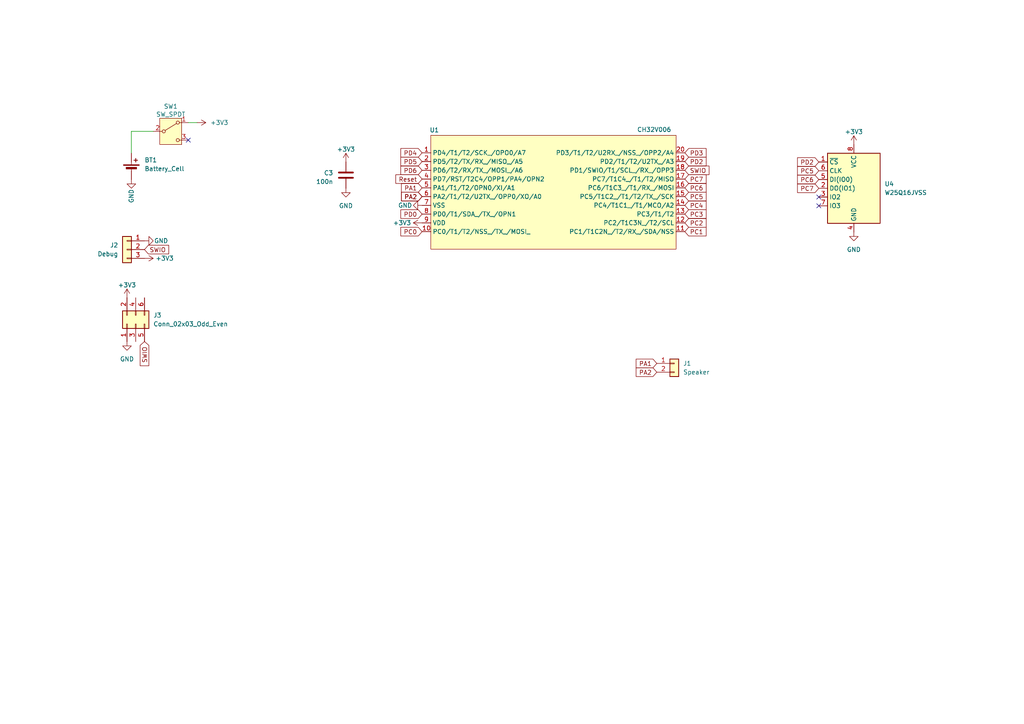
<source format=kicad_sch>
(kicad_sch
	(version 20250114)
	(generator "eeschema")
	(generator_version "9.0")
	(uuid "ecb34a4e-a566-4247-bbd7-7c9374394fd3")
	(paper "A4")
	(lib_symbols
		(symbol "Connector_Generic:Conn_01x02"
			(pin_names
				(offset 1.016)
				(hide yes)
			)
			(exclude_from_sim no)
			(in_bom yes)
			(on_board yes)
			(property "Reference" "J"
				(at 0 2.54 0)
				(effects
					(font
						(size 1.27 1.27)
					)
				)
			)
			(property "Value" "Conn_01x02"
				(at 0 -5.08 0)
				(effects
					(font
						(size 1.27 1.27)
					)
				)
			)
			(property "Footprint" ""
				(at 0 0 0)
				(effects
					(font
						(size 1.27 1.27)
					)
					(hide yes)
				)
			)
			(property "Datasheet" "~"
				(at 0 0 0)
				(effects
					(font
						(size 1.27 1.27)
					)
					(hide yes)
				)
			)
			(property "Description" "Generic connector, single row, 01x02, script generated (kicad-library-utils/schlib/autogen/connector/)"
				(at 0 0 0)
				(effects
					(font
						(size 1.27 1.27)
					)
					(hide yes)
				)
			)
			(property "ki_keywords" "connector"
				(at 0 0 0)
				(effects
					(font
						(size 1.27 1.27)
					)
					(hide yes)
				)
			)
			(property "ki_fp_filters" "Connector*:*_1x??_*"
				(at 0 0 0)
				(effects
					(font
						(size 1.27 1.27)
					)
					(hide yes)
				)
			)
			(symbol "Conn_01x02_1_1"
				(rectangle
					(start -1.27 1.27)
					(end 1.27 -3.81)
					(stroke
						(width 0.254)
						(type default)
					)
					(fill
						(type background)
					)
				)
				(rectangle
					(start -1.27 0.127)
					(end 0 -0.127)
					(stroke
						(width 0.1524)
						(type default)
					)
					(fill
						(type none)
					)
				)
				(rectangle
					(start -1.27 -2.413)
					(end 0 -2.667)
					(stroke
						(width 0.1524)
						(type default)
					)
					(fill
						(type none)
					)
				)
				(pin passive line
					(at -5.08 0 0)
					(length 3.81)
					(name "Pin_1"
						(effects
							(font
								(size 1.27 1.27)
							)
						)
					)
					(number "1"
						(effects
							(font
								(size 1.27 1.27)
							)
						)
					)
				)
				(pin passive line
					(at -5.08 -2.54 0)
					(length 3.81)
					(name "Pin_2"
						(effects
							(font
								(size 1.27 1.27)
							)
						)
					)
					(number "2"
						(effects
							(font
								(size 1.27 1.27)
							)
						)
					)
				)
			)
			(embedded_fonts no)
		)
		(symbol "Connector_Generic:Conn_01x03"
			(pin_names
				(offset 1.016)
				(hide yes)
			)
			(exclude_from_sim no)
			(in_bom yes)
			(on_board yes)
			(property "Reference" "J"
				(at 0 5.08 0)
				(effects
					(font
						(size 1.27 1.27)
					)
				)
			)
			(property "Value" "Conn_01x03"
				(at 0 -5.08 0)
				(effects
					(font
						(size 1.27 1.27)
					)
				)
			)
			(property "Footprint" ""
				(at 0 0 0)
				(effects
					(font
						(size 1.27 1.27)
					)
					(hide yes)
				)
			)
			(property "Datasheet" "~"
				(at 0 0 0)
				(effects
					(font
						(size 1.27 1.27)
					)
					(hide yes)
				)
			)
			(property "Description" "Generic connector, single row, 01x03, script generated (kicad-library-utils/schlib/autogen/connector/)"
				(at 0 0 0)
				(effects
					(font
						(size 1.27 1.27)
					)
					(hide yes)
				)
			)
			(property "ki_keywords" "connector"
				(at 0 0 0)
				(effects
					(font
						(size 1.27 1.27)
					)
					(hide yes)
				)
			)
			(property "ki_fp_filters" "Connector*:*_1x??_*"
				(at 0 0 0)
				(effects
					(font
						(size 1.27 1.27)
					)
					(hide yes)
				)
			)
			(symbol "Conn_01x03_1_1"
				(rectangle
					(start -1.27 3.81)
					(end 1.27 -3.81)
					(stroke
						(width 0.254)
						(type default)
					)
					(fill
						(type background)
					)
				)
				(rectangle
					(start -1.27 2.667)
					(end 0 2.413)
					(stroke
						(width 0.1524)
						(type default)
					)
					(fill
						(type none)
					)
				)
				(rectangle
					(start -1.27 0.127)
					(end 0 -0.127)
					(stroke
						(width 0.1524)
						(type default)
					)
					(fill
						(type none)
					)
				)
				(rectangle
					(start -1.27 -2.413)
					(end 0 -2.667)
					(stroke
						(width 0.1524)
						(type default)
					)
					(fill
						(type none)
					)
				)
				(pin passive line
					(at -5.08 2.54 0)
					(length 3.81)
					(name "Pin_1"
						(effects
							(font
								(size 1.27 1.27)
							)
						)
					)
					(number "1"
						(effects
							(font
								(size 1.27 1.27)
							)
						)
					)
				)
				(pin passive line
					(at -5.08 0 0)
					(length 3.81)
					(name "Pin_2"
						(effects
							(font
								(size 1.27 1.27)
							)
						)
					)
					(number "2"
						(effects
							(font
								(size 1.27 1.27)
							)
						)
					)
				)
				(pin passive line
					(at -5.08 -2.54 0)
					(length 3.81)
					(name "Pin_3"
						(effects
							(font
								(size 1.27 1.27)
							)
						)
					)
					(number "3"
						(effects
							(font
								(size 1.27 1.27)
							)
						)
					)
				)
			)
			(embedded_fonts no)
		)
		(symbol "Connector_Generic:Conn_02x03_Odd_Even"
			(pin_names
				(offset 1.016)
				(hide yes)
			)
			(exclude_from_sim no)
			(in_bom yes)
			(on_board yes)
			(property "Reference" "J"
				(at 1.27 5.08 0)
				(effects
					(font
						(size 1.27 1.27)
					)
				)
			)
			(property "Value" "Conn_02x03_Odd_Even"
				(at 1.27 -5.08 0)
				(effects
					(font
						(size 1.27 1.27)
					)
				)
			)
			(property "Footprint" ""
				(at 0 0 0)
				(effects
					(font
						(size 1.27 1.27)
					)
					(hide yes)
				)
			)
			(property "Datasheet" "~"
				(at 0 0 0)
				(effects
					(font
						(size 1.27 1.27)
					)
					(hide yes)
				)
			)
			(property "Description" "Generic connector, double row, 02x03, odd/even pin numbering scheme (row 1 odd numbers, row 2 even numbers), script generated (kicad-library-utils/schlib/autogen/connector/)"
				(at 0 0 0)
				(effects
					(font
						(size 1.27 1.27)
					)
					(hide yes)
				)
			)
			(property "ki_keywords" "connector"
				(at 0 0 0)
				(effects
					(font
						(size 1.27 1.27)
					)
					(hide yes)
				)
			)
			(property "ki_fp_filters" "Connector*:*_2x??_*"
				(at 0 0 0)
				(effects
					(font
						(size 1.27 1.27)
					)
					(hide yes)
				)
			)
			(symbol "Conn_02x03_Odd_Even_1_1"
				(rectangle
					(start -1.27 3.81)
					(end 3.81 -3.81)
					(stroke
						(width 0.254)
						(type default)
					)
					(fill
						(type background)
					)
				)
				(rectangle
					(start -1.27 2.667)
					(end 0 2.413)
					(stroke
						(width 0.1524)
						(type default)
					)
					(fill
						(type none)
					)
				)
				(rectangle
					(start -1.27 0.127)
					(end 0 -0.127)
					(stroke
						(width 0.1524)
						(type default)
					)
					(fill
						(type none)
					)
				)
				(rectangle
					(start -1.27 -2.413)
					(end 0 -2.667)
					(stroke
						(width 0.1524)
						(type default)
					)
					(fill
						(type none)
					)
				)
				(rectangle
					(start 3.81 2.667)
					(end 2.54 2.413)
					(stroke
						(width 0.1524)
						(type default)
					)
					(fill
						(type none)
					)
				)
				(rectangle
					(start 3.81 0.127)
					(end 2.54 -0.127)
					(stroke
						(width 0.1524)
						(type default)
					)
					(fill
						(type none)
					)
				)
				(rectangle
					(start 3.81 -2.413)
					(end 2.54 -2.667)
					(stroke
						(width 0.1524)
						(type default)
					)
					(fill
						(type none)
					)
				)
				(pin passive line
					(at -5.08 2.54 0)
					(length 3.81)
					(name "Pin_1"
						(effects
							(font
								(size 1.27 1.27)
							)
						)
					)
					(number "1"
						(effects
							(font
								(size 1.27 1.27)
							)
						)
					)
				)
				(pin passive line
					(at -5.08 0 0)
					(length 3.81)
					(name "Pin_3"
						(effects
							(font
								(size 1.27 1.27)
							)
						)
					)
					(number "3"
						(effects
							(font
								(size 1.27 1.27)
							)
						)
					)
				)
				(pin passive line
					(at -5.08 -2.54 0)
					(length 3.81)
					(name "Pin_5"
						(effects
							(font
								(size 1.27 1.27)
							)
						)
					)
					(number "5"
						(effects
							(font
								(size 1.27 1.27)
							)
						)
					)
				)
				(pin passive line
					(at 7.62 2.54 180)
					(length 3.81)
					(name "Pin_2"
						(effects
							(font
								(size 1.27 1.27)
							)
						)
					)
					(number "2"
						(effects
							(font
								(size 1.27 1.27)
							)
						)
					)
				)
				(pin passive line
					(at 7.62 0 180)
					(length 3.81)
					(name "Pin_4"
						(effects
							(font
								(size 1.27 1.27)
							)
						)
					)
					(number "4"
						(effects
							(font
								(size 1.27 1.27)
							)
						)
					)
				)
				(pin passive line
					(at 7.62 -2.54 180)
					(length 3.81)
					(name "Pin_6"
						(effects
							(font
								(size 1.27 1.27)
							)
						)
					)
					(number "6"
						(effects
							(font
								(size 1.27 1.27)
							)
						)
					)
				)
			)
			(embedded_fonts no)
		)
		(symbol "Device:Battery_Cell"
			(pin_numbers
				(hide yes)
			)
			(pin_names
				(offset 0)
				(hide yes)
			)
			(exclude_from_sim no)
			(in_bom yes)
			(on_board yes)
			(property "Reference" "BT"
				(at 2.54 2.54 0)
				(effects
					(font
						(size 1.27 1.27)
					)
					(justify left)
				)
			)
			(property "Value" "Battery_Cell"
				(at 2.54 0 0)
				(effects
					(font
						(size 1.27 1.27)
					)
					(justify left)
				)
			)
			(property "Footprint" ""
				(at 0 1.524 90)
				(effects
					(font
						(size 1.27 1.27)
					)
					(hide yes)
				)
			)
			(property "Datasheet" "~"
				(at 0 1.524 90)
				(effects
					(font
						(size 1.27 1.27)
					)
					(hide yes)
				)
			)
			(property "Description" "Single-cell battery"
				(at 0 0 0)
				(effects
					(font
						(size 1.27 1.27)
					)
					(hide yes)
				)
			)
			(property "ki_keywords" "battery cell"
				(at 0 0 0)
				(effects
					(font
						(size 1.27 1.27)
					)
					(hide yes)
				)
			)
			(symbol "Battery_Cell_0_1"
				(rectangle
					(start -2.286 1.778)
					(end 2.286 1.524)
					(stroke
						(width 0)
						(type default)
					)
					(fill
						(type outline)
					)
				)
				(rectangle
					(start -1.524 1.016)
					(end 1.524 0.508)
					(stroke
						(width 0)
						(type default)
					)
					(fill
						(type outline)
					)
				)
				(polyline
					(pts
						(xy 0 1.778) (xy 0 2.54)
					)
					(stroke
						(width 0)
						(type default)
					)
					(fill
						(type none)
					)
				)
				(polyline
					(pts
						(xy 0 0.762) (xy 0 0)
					)
					(stroke
						(width 0)
						(type default)
					)
					(fill
						(type none)
					)
				)
				(polyline
					(pts
						(xy 0.762 3.048) (xy 1.778 3.048)
					)
					(stroke
						(width 0.254)
						(type default)
					)
					(fill
						(type none)
					)
				)
				(polyline
					(pts
						(xy 1.27 3.556) (xy 1.27 2.54)
					)
					(stroke
						(width 0.254)
						(type default)
					)
					(fill
						(type none)
					)
				)
			)
			(symbol "Battery_Cell_1_1"
				(pin passive line
					(at 0 5.08 270)
					(length 2.54)
					(name "+"
						(effects
							(font
								(size 1.27 1.27)
							)
						)
					)
					(number "1"
						(effects
							(font
								(size 1.27 1.27)
							)
						)
					)
				)
				(pin passive line
					(at 0 -2.54 90)
					(length 2.54)
					(name "-"
						(effects
							(font
								(size 1.27 1.27)
							)
						)
					)
					(number "2"
						(effects
							(font
								(size 1.27 1.27)
							)
						)
					)
				)
			)
			(embedded_fonts no)
		)
		(symbol "Device:C"
			(pin_numbers
				(hide yes)
			)
			(pin_names
				(offset 0.254)
			)
			(exclude_from_sim no)
			(in_bom yes)
			(on_board yes)
			(property "Reference" "C"
				(at 0.635 2.54 0)
				(effects
					(font
						(size 1.27 1.27)
					)
					(justify left)
				)
			)
			(property "Value" "C"
				(at 0.635 -2.54 0)
				(effects
					(font
						(size 1.27 1.27)
					)
					(justify left)
				)
			)
			(property "Footprint" ""
				(at 0.9652 -3.81 0)
				(effects
					(font
						(size 1.27 1.27)
					)
					(hide yes)
				)
			)
			(property "Datasheet" "~"
				(at 0 0 0)
				(effects
					(font
						(size 1.27 1.27)
					)
					(hide yes)
				)
			)
			(property "Description" "Unpolarized capacitor"
				(at 0 0 0)
				(effects
					(font
						(size 1.27 1.27)
					)
					(hide yes)
				)
			)
			(property "ki_keywords" "cap capacitor"
				(at 0 0 0)
				(effects
					(font
						(size 1.27 1.27)
					)
					(hide yes)
				)
			)
			(property "ki_fp_filters" "C_*"
				(at 0 0 0)
				(effects
					(font
						(size 1.27 1.27)
					)
					(hide yes)
				)
			)
			(symbol "C_0_1"
				(polyline
					(pts
						(xy -2.032 0.762) (xy 2.032 0.762)
					)
					(stroke
						(width 0.508)
						(type default)
					)
					(fill
						(type none)
					)
				)
				(polyline
					(pts
						(xy -2.032 -0.762) (xy 2.032 -0.762)
					)
					(stroke
						(width 0.508)
						(type default)
					)
					(fill
						(type none)
					)
				)
			)
			(symbol "C_1_1"
				(pin passive line
					(at 0 3.81 270)
					(length 2.794)
					(name "~"
						(effects
							(font
								(size 1.27 1.27)
							)
						)
					)
					(number "1"
						(effects
							(font
								(size 1.27 1.27)
							)
						)
					)
				)
				(pin passive line
					(at 0 -3.81 90)
					(length 2.794)
					(name "~"
						(effects
							(font
								(size 1.27 1.27)
							)
						)
					)
					(number "2"
						(effects
							(font
								(size 1.27 1.27)
							)
						)
					)
				)
			)
			(embedded_fonts no)
		)
		(symbol "MCU_WCH_CH32V0:CH32V006F8P6"
			(exclude_from_sim no)
			(in_bom yes)
			(on_board yes)
			(property "Reference" "U"
				(at -34.798 17.526 0)
				(effects
					(font
						(size 1.27 1.27)
					)
				)
			)
			(property "Value" ""
				(at -35.56 11.43 0)
				(effects
					(font
						(size 1.27 1.27)
					)
				)
			)
			(property "Footprint" ""
				(at -35.56 11.43 0)
				(effects
					(font
						(size 1.27 1.27)
					)
					(hide yes)
				)
			)
			(property "Datasheet" ""
				(at -35.56 11.43 0)
				(effects
					(font
						(size 1.27 1.27)
					)
					(hide yes)
				)
			)
			(property "Description" ""
				(at -35.56 11.43 0)
				(effects
					(font
						(size 1.27 1.27)
					)
					(hide yes)
				)
			)
			(symbol "CH32V006F8P6_0_0"
				(pin unspecified line
					(at -38.1 11.43 0)
					(length 2.54)
					(name "PD4/T1/T2/SCK_/OPO0/A7"
						(effects
							(font
								(size 1.27 1.27)
							)
						)
					)
					(number "1"
						(effects
							(font
								(size 1.27 1.27)
							)
						)
					)
				)
				(pin unspecified line
					(at -38.1 8.89 0)
					(length 2.54)
					(name "PD5/T2/TX/RX_/MISO_/A5"
						(effects
							(font
								(size 1.27 1.27)
							)
						)
					)
					(number "2"
						(effects
							(font
								(size 1.27 1.27)
							)
						)
					)
				)
				(pin unspecified line
					(at -38.1 6.35 0)
					(length 2.54)
					(name "PD6/T2/RX/TX_/MOSI_/A6"
						(effects
							(font
								(size 1.27 1.27)
							)
						)
					)
					(number "3"
						(effects
							(font
								(size 1.27 1.27)
							)
						)
					)
				)
				(pin unspecified line
					(at -38.1 3.81 0)
					(length 2.54)
					(name "PD7/RST/T2C4/OPP1/PA4/OPN2"
						(effects
							(font
								(size 1.27 1.27)
							)
						)
					)
					(number "4"
						(effects
							(font
								(size 1.27 1.27)
							)
						)
					)
				)
				(pin unspecified line
					(at -38.1 1.27 0)
					(length 2.54)
					(name "PA1/T1/T2/OPN0/XI/A1"
						(effects
							(font
								(size 1.27 1.27)
							)
						)
					)
					(number "5"
						(effects
							(font
								(size 1.27 1.27)
							)
						)
					)
				)
				(pin unspecified line
					(at -38.1 -1.27 0)
					(length 2.54)
					(name "PA2/T1/T2/U2TX_/OPP0/XO/A0"
						(effects
							(font
								(size 1.27 1.27)
							)
						)
					)
					(number "6"
						(effects
							(font
								(size 1.27 1.27)
							)
						)
					)
				)
				(pin unspecified line
					(at -38.1 -3.81 0)
					(length 2.54)
					(name "VSS"
						(effects
							(font
								(size 1.27 1.27)
							)
						)
					)
					(number "7"
						(effects
							(font
								(size 1.27 1.27)
							)
						)
					)
				)
				(pin unspecified line
					(at -38.1 -6.35 0)
					(length 2.54)
					(name "PD0/T1/SDA_/TX_/OPN1"
						(effects
							(font
								(size 1.27 1.27)
							)
						)
					)
					(number "8"
						(effects
							(font
								(size 1.27 1.27)
							)
						)
					)
				)
				(pin unspecified line
					(at -38.1 -8.89 0)
					(length 2.54)
					(name "VDD"
						(effects
							(font
								(size 1.27 1.27)
							)
						)
					)
					(number "9"
						(effects
							(font
								(size 1.27 1.27)
							)
						)
					)
				)
				(pin unspecified line
					(at -38.1 -11.43 0)
					(length 2.54)
					(name "PC0/T1/T2/NSS_/TX_/MOSI_"
						(effects
							(font
								(size 1.27 1.27)
							)
						)
					)
					(number "10"
						(effects
							(font
								(size 1.27 1.27)
							)
						)
					)
				)
				(pin unspecified line
					(at 38.1 11.43 180)
					(length 2.54)
					(name "PD3/T1/T2/U2RX_/NSS_/OPP2/A4"
						(effects
							(font
								(size 1.27 1.27)
							)
						)
					)
					(number "20"
						(effects
							(font
								(size 1.27 1.27)
							)
						)
					)
				)
				(pin unspecified line
					(at 38.1 8.89 180)
					(length 2.54)
					(name "PD2/T1/T2/U2TX_/A3"
						(effects
							(font
								(size 1.27 1.27)
							)
						)
					)
					(number "19"
						(effects
							(font
								(size 1.27 1.27)
							)
						)
					)
				)
				(pin unspecified line
					(at 38.1 6.35 180)
					(length 2.54)
					(name "PD1/SWIO/T1/SCL_/RX_/OPP3"
						(effects
							(font
								(size 1.27 1.27)
							)
						)
					)
					(number "18"
						(effects
							(font
								(size 1.27 1.27)
							)
						)
					)
				)
				(pin unspecified line
					(at 38.1 3.81 180)
					(length 2.54)
					(name "PC7/T1C4_/T1/T2/MISO"
						(effects
							(font
								(size 1.27 1.27)
							)
						)
					)
					(number "17"
						(effects
							(font
								(size 1.27 1.27)
							)
						)
					)
				)
				(pin unspecified line
					(at 38.1 1.27 180)
					(length 2.54)
					(name "PC6/T1C3_/T1/RX_/MOSI"
						(effects
							(font
								(size 1.27 1.27)
							)
						)
					)
					(number "16"
						(effects
							(font
								(size 1.27 1.27)
							)
						)
					)
				)
				(pin unspecified line
					(at 38.1 -1.27 180)
					(length 2.54)
					(name "PC5/T1C2_/T1/T2/TX_/SCK"
						(effects
							(font
								(size 1.27 1.27)
							)
						)
					)
					(number "15"
						(effects
							(font
								(size 1.27 1.27)
							)
						)
					)
				)
				(pin unspecified line
					(at 38.1 -3.81 180)
					(length 2.54)
					(name "PC4/T1C1_/T1/MCO/A2"
						(effects
							(font
								(size 1.27 1.27)
							)
						)
					)
					(number "14"
						(effects
							(font
								(size 1.27 1.27)
							)
						)
					)
				)
				(pin unspecified line
					(at 38.1 -6.35 180)
					(length 2.54)
					(name "PC3/T1/T2"
						(effects
							(font
								(size 1.27 1.27)
							)
						)
					)
					(number "13"
						(effects
							(font
								(size 1.27 1.27)
							)
						)
					)
				)
				(pin unspecified line
					(at 38.1 -8.89 180)
					(length 2.54)
					(name "PC2/T1C3N_/T2/SCL"
						(effects
							(font
								(size 1.27 1.27)
							)
						)
					)
					(number "12"
						(effects
							(font
								(size 1.27 1.27)
							)
						)
					)
				)
				(pin unspecified line
					(at 38.1 -11.43 180)
					(length 2.54)
					(name "PC1/T1C2N_/T2/RX_/SDA/NSS"
						(effects
							(font
								(size 1.27 1.27)
							)
						)
					)
					(number "11"
						(effects
							(font
								(size 1.27 1.27)
							)
						)
					)
				)
			)
			(symbol "CH32V006F8P6_1_1"
				(rectangle
					(start -35.56 16.51)
					(end 35.56 -16.51)
					(stroke
						(width 0)
						(type default)
					)
					(fill
						(type background)
					)
				)
			)
			(embedded_fonts no)
		)
		(symbol "Memory_Flash:W25Q16JVSS"
			(exclude_from_sim no)
			(in_bom yes)
			(on_board yes)
			(property "Reference" "U"
				(at -6.35 11.43 0)
				(effects
					(font
						(size 1.27 1.27)
					)
				)
			)
			(property "Value" "W25Q16JVSS"
				(at 7.62 11.43 0)
				(effects
					(font
						(size 1.27 1.27)
					)
				)
			)
			(property "Footprint" "Package_SO:SOIC-8_5.23x5.23mm_P1.27mm"
				(at 0 0 0)
				(effects
					(font
						(size 1.27 1.27)
					)
					(hide yes)
				)
			)
			(property "Datasheet" "https://www.winbond.com/hq/support/documentation/levelOne.jsp?__locale=en&DocNo=DA00-W25Q16JV.1"
				(at 0 0 0)
				(effects
					(font
						(size 1.27 1.27)
					)
					(hide yes)
				)
			)
			(property "Description" "16Mb Serial Flash Memory, Standard/Dual/Quad SPI, SOIC-8"
				(at 0 0 0)
				(effects
					(font
						(size 1.27 1.27)
					)
					(hide yes)
				)
			)
			(property "ki_keywords" "flash memory SPI"
				(at 0 0 0)
				(effects
					(font
						(size 1.27 1.27)
					)
					(hide yes)
				)
			)
			(property "ki_fp_filters" "SOIC*5.23x5.23mm*P1.27mm*"
				(at 0 0 0)
				(effects
					(font
						(size 1.27 1.27)
					)
					(hide yes)
				)
			)
			(symbol "W25Q16JVSS_0_1"
				(rectangle
					(start -7.62 10.16)
					(end 7.62 -10.16)
					(stroke
						(width 0.254)
						(type default)
					)
					(fill
						(type background)
					)
				)
			)
			(symbol "W25Q16JVSS_1_1"
				(pin input line
					(at -10.16 7.62 0)
					(length 2.54)
					(name "~{CS}"
						(effects
							(font
								(size 1.27 1.27)
							)
						)
					)
					(number "1"
						(effects
							(font
								(size 1.27 1.27)
							)
						)
					)
				)
				(pin input line
					(at -10.16 5.08 0)
					(length 2.54)
					(name "CLK"
						(effects
							(font
								(size 1.27 1.27)
							)
						)
					)
					(number "6"
						(effects
							(font
								(size 1.27 1.27)
							)
						)
					)
				)
				(pin bidirectional line
					(at -10.16 2.54 0)
					(length 2.54)
					(name "DI(IO0)"
						(effects
							(font
								(size 1.27 1.27)
							)
						)
					)
					(number "5"
						(effects
							(font
								(size 1.27 1.27)
							)
						)
					)
				)
				(pin bidirectional line
					(at -10.16 0 0)
					(length 2.54)
					(name "DO(IO1)"
						(effects
							(font
								(size 1.27 1.27)
							)
						)
					)
					(number "2"
						(effects
							(font
								(size 1.27 1.27)
							)
						)
					)
				)
				(pin bidirectional line
					(at -10.16 -2.54 0)
					(length 2.54)
					(name "IO2"
						(effects
							(font
								(size 1.27 1.27)
							)
						)
					)
					(number "3"
						(effects
							(font
								(size 1.27 1.27)
							)
						)
					)
				)
				(pin bidirectional line
					(at -10.16 -5.08 0)
					(length 2.54)
					(name "IO3"
						(effects
							(font
								(size 1.27 1.27)
							)
						)
					)
					(number "7"
						(effects
							(font
								(size 1.27 1.27)
							)
						)
					)
				)
				(pin power_in line
					(at 0 12.7 270)
					(length 2.54)
					(name "VCC"
						(effects
							(font
								(size 1.27 1.27)
							)
						)
					)
					(number "8"
						(effects
							(font
								(size 1.27 1.27)
							)
						)
					)
				)
				(pin power_in line
					(at 0 -12.7 90)
					(length 2.54)
					(name "GND"
						(effects
							(font
								(size 1.27 1.27)
							)
						)
					)
					(number "4"
						(effects
							(font
								(size 1.27 1.27)
							)
						)
					)
				)
			)
			(embedded_fonts no)
		)
		(symbol "Switch:SW_SPDT"
			(pin_names
				(offset 0)
				(hide yes)
			)
			(exclude_from_sim no)
			(in_bom yes)
			(on_board yes)
			(property "Reference" "SW"
				(at 0 5.08 0)
				(effects
					(font
						(size 1.27 1.27)
					)
				)
			)
			(property "Value" "SW_SPDT"
				(at 0 -5.08 0)
				(effects
					(font
						(size 1.27 1.27)
					)
				)
			)
			(property "Footprint" ""
				(at 0 0 0)
				(effects
					(font
						(size 1.27 1.27)
					)
					(hide yes)
				)
			)
			(property "Datasheet" "~"
				(at 0 -7.62 0)
				(effects
					(font
						(size 1.27 1.27)
					)
					(hide yes)
				)
			)
			(property "Description" "Switch, single pole double throw"
				(at 0 0 0)
				(effects
					(font
						(size 1.27 1.27)
					)
					(hide yes)
				)
			)
			(property "ki_keywords" "switch single-pole double-throw spdt ON-ON"
				(at 0 0 0)
				(effects
					(font
						(size 1.27 1.27)
					)
					(hide yes)
				)
			)
			(symbol "SW_SPDT_0_1"
				(circle
					(center -2.032 0)
					(radius 0.4572)
					(stroke
						(width 0)
						(type default)
					)
					(fill
						(type none)
					)
				)
				(polyline
					(pts
						(xy -1.651 0.254) (xy 1.651 2.286)
					)
					(stroke
						(width 0)
						(type default)
					)
					(fill
						(type none)
					)
				)
				(circle
					(center 2.032 2.54)
					(radius 0.4572)
					(stroke
						(width 0)
						(type default)
					)
					(fill
						(type none)
					)
				)
				(circle
					(center 2.032 -2.54)
					(radius 0.4572)
					(stroke
						(width 0)
						(type default)
					)
					(fill
						(type none)
					)
				)
			)
			(symbol "SW_SPDT_1_1"
				(rectangle
					(start -3.175 3.81)
					(end 3.175 -3.81)
					(stroke
						(width 0)
						(type default)
					)
					(fill
						(type background)
					)
				)
				(pin passive line
					(at -5.08 0 0)
					(length 2.54)
					(name "B"
						(effects
							(font
								(size 1.27 1.27)
							)
						)
					)
					(number "2"
						(effects
							(font
								(size 1.27 1.27)
							)
						)
					)
				)
				(pin passive line
					(at 5.08 2.54 180)
					(length 2.54)
					(name "A"
						(effects
							(font
								(size 1.27 1.27)
							)
						)
					)
					(number "1"
						(effects
							(font
								(size 1.27 1.27)
							)
						)
					)
				)
				(pin passive line
					(at 5.08 -2.54 180)
					(length 2.54)
					(name "C"
						(effects
							(font
								(size 1.27 1.27)
							)
						)
					)
					(number "3"
						(effects
							(font
								(size 1.27 1.27)
							)
						)
					)
				)
			)
			(embedded_fonts no)
		)
		(symbol "power:+3V3"
			(power)
			(pin_names
				(offset 0)
			)
			(exclude_from_sim no)
			(in_bom yes)
			(on_board yes)
			(property "Reference" "#PWR"
				(at 0 -3.81 0)
				(effects
					(font
						(size 1.27 1.27)
					)
					(hide yes)
				)
			)
			(property "Value" "+3V3"
				(at 0 3.556 0)
				(effects
					(font
						(size 1.27 1.27)
					)
				)
			)
			(property "Footprint" ""
				(at 0 0 0)
				(effects
					(font
						(size 1.27 1.27)
					)
					(hide yes)
				)
			)
			(property "Datasheet" ""
				(at 0 0 0)
				(effects
					(font
						(size 1.27 1.27)
					)
					(hide yes)
				)
			)
			(property "Description" "Power symbol creates a global label with name \"+3V3\""
				(at 0 0 0)
				(effects
					(font
						(size 1.27 1.27)
					)
					(hide yes)
				)
			)
			(property "ki_keywords" "global power"
				(at 0 0 0)
				(effects
					(font
						(size 1.27 1.27)
					)
					(hide yes)
				)
			)
			(symbol "+3V3_0_1"
				(polyline
					(pts
						(xy -0.762 1.27) (xy 0 2.54)
					)
					(stroke
						(width 0)
						(type default)
					)
					(fill
						(type none)
					)
				)
				(polyline
					(pts
						(xy 0 2.54) (xy 0.762 1.27)
					)
					(stroke
						(width 0)
						(type default)
					)
					(fill
						(type none)
					)
				)
				(polyline
					(pts
						(xy 0 0) (xy 0 2.54)
					)
					(stroke
						(width 0)
						(type default)
					)
					(fill
						(type none)
					)
				)
			)
			(symbol "+3V3_1_1"
				(pin power_in line
					(at 0 0 90)
					(length 0)
					(hide yes)
					(name "+3V3"
						(effects
							(font
								(size 1.27 1.27)
							)
						)
					)
					(number "1"
						(effects
							(font
								(size 1.27 1.27)
							)
						)
					)
				)
			)
			(embedded_fonts no)
		)
		(symbol "power:GND"
			(power)
			(pin_names
				(offset 0)
			)
			(exclude_from_sim no)
			(in_bom yes)
			(on_board yes)
			(property "Reference" "#PWR"
				(at 0 -6.35 0)
				(effects
					(font
						(size 1.27 1.27)
					)
					(hide yes)
				)
			)
			(property "Value" "GND"
				(at 0 -3.81 0)
				(effects
					(font
						(size 1.27 1.27)
					)
				)
			)
			(property "Footprint" ""
				(at 0 0 0)
				(effects
					(font
						(size 1.27 1.27)
					)
					(hide yes)
				)
			)
			(property "Datasheet" ""
				(at 0 0 0)
				(effects
					(font
						(size 1.27 1.27)
					)
					(hide yes)
				)
			)
			(property "Description" "Power symbol creates a global label with name \"GND\" , ground"
				(at 0 0 0)
				(effects
					(font
						(size 1.27 1.27)
					)
					(hide yes)
				)
			)
			(property "ki_keywords" "global power"
				(at 0 0 0)
				(effects
					(font
						(size 1.27 1.27)
					)
					(hide yes)
				)
			)
			(symbol "GND_0_1"
				(polyline
					(pts
						(xy 0 0) (xy 0 -1.27) (xy 1.27 -1.27) (xy 0 -2.54) (xy -1.27 -1.27) (xy 0 -1.27)
					)
					(stroke
						(width 0)
						(type default)
					)
					(fill
						(type none)
					)
				)
			)
			(symbol "GND_1_1"
				(pin power_in line
					(at 0 0 270)
					(length 0)
					(hide yes)
					(name "GND"
						(effects
							(font
								(size 1.27 1.27)
							)
						)
					)
					(number "1"
						(effects
							(font
								(size 1.27 1.27)
							)
						)
					)
				)
			)
			(embedded_fonts no)
		)
	)
	(no_connect
		(at 237.49 59.69)
		(uuid "bc6582c8-818e-46fd-804a-e0586918ab9f")
	)
	(no_connect
		(at 237.49 57.15)
		(uuid "bfed89a0-cf8f-45d8-9fe7-f23ea32e1126")
	)
	(no_connect
		(at 54.61 40.64)
		(uuid "de9a3686-884e-4f79-9b43-2dcf645e4ef1")
	)
	(wire
		(pts
			(xy 54.61 35.56) (xy 57.15 35.56)
		)
		(stroke
			(width 0)
			(type default)
		)
		(uuid "0a00f2d6-5b2e-420e-8894-d8922edcb24d")
	)
	(wire
		(pts
			(xy 38.1 38.1) (xy 44.45 38.1)
		)
		(stroke
			(width 0)
			(type default)
		)
		(uuid "c8b0b9c0-9d0a-4ae9-b246-76782d1ab36e")
	)
	(wire
		(pts
			(xy 38.1 44.45) (xy 38.1 38.1)
		)
		(stroke
			(width 0)
			(type default)
		)
		(uuid "ed8201f3-cb72-4c1a-90ae-d92a10b7b4bf")
	)
	(global_label "PC7"
		(shape input)
		(at 198.628 51.943 0)
		(fields_autoplaced yes)
		(effects
			(font
				(size 1.27 1.27)
			)
			(justify left)
		)
		(uuid "061304f3-3520-4813-9c46-ea3f1aa789fa")
		(property "Intersheetrefs" "${INTERSHEET_REFS}"
			(at 204.7906 52.0224 0)
			(effects
				(font
					(size 1.27 1.27)
				)
				(justify left)
				(hide yes)
			)
		)
	)
	(global_label "PD4"
		(shape input)
		(at 122.428 44.323 180)
		(fields_autoplaced yes)
		(effects
			(font
				(size 1.27 1.27)
			)
			(justify right)
		)
		(uuid "0edcc83f-3de0-4c90-ab71-4bf3edce0ba6")
		(property "Intersheetrefs" "${INTERSHEET_REFS}"
			(at 115.6933 44.323 0)
			(effects
				(font
					(size 1.27 1.27)
				)
				(justify right)
				(hide yes)
			)
		)
	)
	(global_label "SWIO"
		(shape input)
		(at 198.628 49.403 0)
		(fields_autoplaced yes)
		(effects
			(font
				(size 1.27 1.27)
			)
			(justify left)
		)
		(uuid "1265faca-5752-4ad3-acb4-778be4477d67")
		(property "Intersheetrefs" "${INTERSHEET_REFS}"
			(at 205.6373 49.3236 0)
			(effects
				(font
					(size 1.27 1.27)
				)
				(justify left)
				(hide yes)
			)
		)
	)
	(global_label "PA2"
		(shape input)
		(at 190.5 107.95 180)
		(fields_autoplaced yes)
		(effects
			(font
				(size 1.27 1.27)
			)
			(justify right)
		)
		(uuid "19149320-67e4-4a46-85df-32c422129047")
		(property "Intersheetrefs" "${INTERSHEET_REFS}"
			(at 183.9467 107.95 0)
			(effects
				(font
					(size 1.27 1.27)
				)
				(justify right)
				(hide yes)
			)
		)
	)
	(global_label "PC6"
		(shape input)
		(at 237.49 52.07 180)
		(fields_autoplaced yes)
		(effects
			(font
				(size 1.27 1.27)
			)
			(justify right)
		)
		(uuid "19f3f65a-f8ef-43e0-90cd-c2bb975c3635")
		(property "Intersheetrefs" "${INTERSHEET_REFS}"
			(at 230.7553 52.07 0)
			(effects
				(font
					(size 1.27 1.27)
				)
				(justify right)
				(hide yes)
			)
		)
	)
	(global_label "PC7"
		(shape input)
		(at 237.49 54.61 180)
		(fields_autoplaced yes)
		(effects
			(font
				(size 1.27 1.27)
			)
			(justify right)
		)
		(uuid "1e5470f8-3242-4929-ba14-1f78afe32670")
		(property "Intersheetrefs" "${INTERSHEET_REFS}"
			(at 230.7553 54.61 0)
			(effects
				(font
					(size 1.27 1.27)
				)
				(justify right)
				(hide yes)
			)
		)
	)
	(global_label "PD2"
		(shape input)
		(at 198.628 46.863 0)
		(fields_autoplaced yes)
		(effects
			(font
				(size 1.27 1.27)
			)
			(justify left)
		)
		(uuid "33aa171a-7166-4865-8bfb-15a101e56a47")
		(property "Intersheetrefs" "${INTERSHEET_REFS}"
			(at 205.3627 46.863 0)
			(effects
				(font
					(size 1.27 1.27)
				)
				(justify left)
				(hide yes)
			)
		)
	)
	(global_label "PA1"
		(shape input)
		(at 190.5 105.41 180)
		(fields_autoplaced yes)
		(effects
			(font
				(size 1.27 1.27)
			)
			(justify right)
		)
		(uuid "40e04254-cfa5-4f76-9211-52e8d2eb7356")
		(property "Intersheetrefs" "${INTERSHEET_REFS}"
			(at 183.9467 105.41 0)
			(effects
				(font
					(size 1.27 1.27)
				)
				(justify right)
				(hide yes)
			)
		)
	)
	(global_label "PD3"
		(shape input)
		(at 198.628 44.323 0)
		(fields_autoplaced yes)
		(effects
			(font
				(size 1.27 1.27)
			)
			(justify left)
		)
		(uuid "51cc9ad0-101b-4672-9cc3-02adcbdbaed9")
		(property "Intersheetrefs" "${INTERSHEET_REFS}"
			(at 205.3627 44.323 0)
			(effects
				(font
					(size 1.27 1.27)
				)
				(justify left)
				(hide yes)
			)
		)
	)
	(global_label "PD0"
		(shape input)
		(at 122.428 62.103 180)
		(fields_autoplaced yes)
		(effects
			(font
				(size 1.27 1.27)
			)
			(justify right)
		)
		(uuid "5a6c0e85-3048-4da1-a043-cc616eda2a20")
		(property "Intersheetrefs" "${INTERSHEET_REFS}"
			(at 115.6933 62.103 0)
			(effects
				(font
					(size 1.27 1.27)
				)
				(justify right)
				(hide yes)
			)
		)
	)
	(global_label "PC6"
		(shape input)
		(at 198.628 54.483 0)
		(fields_autoplaced yes)
		(effects
			(font
				(size 1.27 1.27)
			)
			(justify left)
		)
		(uuid "5bc4abd1-0c4f-4640-8991-4c041210ccef")
		(property "Intersheetrefs" "${INTERSHEET_REFS}"
			(at 204.7906 54.5624 0)
			(effects
				(font
					(size 1.27 1.27)
				)
				(justify left)
				(hide yes)
			)
		)
	)
	(global_label "PC3"
		(shape input)
		(at 198.628 62.103 0)
		(fields_autoplaced yes)
		(effects
			(font
				(size 1.27 1.27)
			)
			(justify left)
		)
		(uuid "5f4519d7-a83c-4fc6-87c3-e5469ee1b4df")
		(property "Intersheetrefs" "${INTERSHEET_REFS}"
			(at 204.7906 62.1824 0)
			(effects
				(font
					(size 1.27 1.27)
				)
				(justify left)
				(hide yes)
			)
		)
	)
	(global_label "Reset"
		(shape input)
		(at 122.428 51.943 180)
		(fields_autoplaced yes)
		(effects
			(font
				(size 1.27 1.27)
			)
			(justify right)
		)
		(uuid "67d75525-9767-4494-9f17-f499b4855c54")
		(property "Intersheetrefs" "${INTERSHEET_REFS}"
			(at 114.2418 51.943 0)
			(effects
				(font
					(size 1.27 1.27)
				)
				(justify right)
				(hide yes)
			)
		)
	)
	(global_label "SWIO"
		(shape input)
		(at 41.91 99.06 270)
		(fields_autoplaced yes)
		(effects
			(font
				(size 1.27 1.27)
			)
			(justify right)
		)
		(uuid "73d3dd20-4e13-410e-b0cf-1e9ae6286818")
		(property "Intersheetrefs" "${INTERSHEET_REFS}"
			(at 41.91 106.6414 90)
			(effects
				(font
					(size 1.27 1.27)
				)
				(justify right)
				(hide yes)
			)
		)
	)
	(global_label "PD5"
		(shape input)
		(at 122.428 46.863 180)
		(fields_autoplaced yes)
		(effects
			(font
				(size 1.27 1.27)
			)
			(justify right)
		)
		(uuid "77d57ecd-6286-48f1-aad2-c36060b87488")
		(property "Intersheetrefs" "${INTERSHEET_REFS}"
			(at 116.2654 46.9424 0)
			(effects
				(font
					(size 1.27 1.27)
				)
				(justify right)
				(hide yes)
			)
		)
	)
	(global_label "PC0"
		(shape input)
		(at 122.428 67.183 180)
		(fields_autoplaced yes)
		(effects
			(font
				(size 1.27 1.27)
			)
			(justify right)
		)
		(uuid "7982d218-7085-49a7-baff-a16f22fb016b")
		(property "Intersheetrefs" "${INTERSHEET_REFS}"
			(at 115.6933 67.183 0)
			(effects
				(font
					(size 1.27 1.27)
				)
				(justify right)
				(hide yes)
			)
		)
	)
	(global_label "PD2"
		(shape input)
		(at 237.49 46.99 180)
		(fields_autoplaced yes)
		(effects
			(font
				(size 1.27 1.27)
			)
			(justify right)
		)
		(uuid "83a54660-83ad-4027-8612-2a56fa5eb0df")
		(property "Intersheetrefs" "${INTERSHEET_REFS}"
			(at 230.7553 46.99 0)
			(effects
				(font
					(size 1.27 1.27)
				)
				(justify right)
				(hide yes)
			)
		)
	)
	(global_label "PC2"
		(shape input)
		(at 198.628 64.643 0)
		(fields_autoplaced yes)
		(effects
			(font
				(size 1.27 1.27)
			)
			(justify left)
		)
		(uuid "9bc61dea-176f-4567-b6e0-8b0d9cca82d5")
		(property "Intersheetrefs" "${INTERSHEET_REFS}"
			(at 204.7906 64.7224 0)
			(effects
				(font
					(size 1.27 1.27)
				)
				(justify left)
				(hide yes)
			)
		)
	)
	(global_label "PC1"
		(shape input)
		(at 198.628 67.183 0)
		(fields_autoplaced yes)
		(effects
			(font
				(size 1.27 1.27)
			)
			(justify left)
		)
		(uuid "b1885772-dbed-4c7e-b889-627c73398991")
		(property "Intersheetrefs" "${INTERSHEET_REFS}"
			(at 204.7906 67.2624 0)
			(effects
				(font
					(size 1.27 1.27)
				)
				(justify left)
				(hide yes)
			)
		)
	)
	(global_label "PA2"
		(shape input)
		(at 122.428 57.023 180)
		(fields_autoplaced yes)
		(effects
			(font
				(size 1.27 1.27)
			)
			(justify right)
		)
		(uuid "c07dcebb-81cb-41ba-a193-9ff7f732c937")
		(property "Intersheetrefs" "${INTERSHEET_REFS}"
			(at 115.8747 57.023 0)
			(effects
				(font
					(size 1.27 1.27)
				)
				(justify right)
				(hide yes)
			)
		)
	)
	(global_label "PA2"
		(shape input)
		(at 122.428 57.023 180)
		(fields_autoplaced yes)
		(effects
			(font
				(size 1.27 1.27)
			)
			(justify right)
		)
		(uuid "cdca9471-b950-42b4-92a8-79a4dd959b02")
		(property "Intersheetrefs" "${INTERSHEET_REFS}"
			(at 115.8747 57.023 0)
			(effects
				(font
					(size 1.27 1.27)
				)
				(justify right)
				(hide yes)
			)
		)
	)
	(global_label "PC4"
		(shape input)
		(at 198.628 59.563 0)
		(fields_autoplaced yes)
		(effects
			(font
				(size 1.27 1.27)
			)
			(justify left)
		)
		(uuid "dc492c89-4914-4dfb-96bf-fa3760691366")
		(property "Intersheetrefs" "${INTERSHEET_REFS}"
			(at 205.2833 59.563 0)
			(effects
				(font
					(size 1.27 1.27)
				)
				(justify left)
				(hide yes)
			)
		)
	)
	(global_label "PA1"
		(shape input)
		(at 122.428 54.483 180)
		(fields_autoplaced yes)
		(effects
			(font
				(size 1.27 1.27)
			)
			(justify right)
		)
		(uuid "e22c78ac-1b87-409a-bd67-239729d4e66e")
		(property "Intersheetrefs" "${INTERSHEET_REFS}"
			(at 115.8747 54.483 0)
			(effects
				(font
					(size 1.27 1.27)
				)
				(justify right)
				(hide yes)
			)
		)
	)
	(global_label "PC5"
		(shape input)
		(at 237.49 49.53 180)
		(fields_autoplaced yes)
		(effects
			(font
				(size 1.27 1.27)
			)
			(justify right)
		)
		(uuid "e409e1fe-198d-457b-8a0a-1acd3ec7241e")
		(property "Intersheetrefs" "${INTERSHEET_REFS}"
			(at 230.7553 49.53 0)
			(effects
				(font
					(size 1.27 1.27)
				)
				(justify right)
				(hide yes)
			)
		)
	)
	(global_label "PC5"
		(shape input)
		(at 198.628 57.023 0)
		(fields_autoplaced yes)
		(effects
			(font
				(size 1.27 1.27)
			)
			(justify left)
		)
		(uuid "f3c70150-cb68-499b-a838-990a54a7da8c")
		(property "Intersheetrefs" "${INTERSHEET_REFS}"
			(at 205.3627 57.023 0)
			(effects
				(font
					(size 1.27 1.27)
				)
				(justify left)
				(hide yes)
			)
		)
	)
	(global_label "SWIO"
		(shape input)
		(at 41.91 72.39 0)
		(fields_autoplaced yes)
		(effects
			(font
				(size 1.27 1.27)
			)
			(justify left)
		)
		(uuid "f553e5f5-b663-44b1-9ddd-56a80c3df82a")
		(property "Intersheetrefs" "${INTERSHEET_REFS}"
			(at 49.4914 72.39 0)
			(effects
				(font
					(size 1.27 1.27)
				)
				(justify left)
				(hide yes)
			)
		)
	)
	(global_label "PD6"
		(shape input)
		(at 122.428 49.403 180)
		(fields_autoplaced yes)
		(effects
			(font
				(size 1.27 1.27)
			)
			(justify right)
		)
		(uuid "f70f2d9b-73eb-48b2-969a-0dcd1180b486")
		(property "Intersheetrefs" "${INTERSHEET_REFS}"
			(at 116.2654 49.4824 0)
			(effects
				(font
					(size 1.27 1.27)
				)
				(justify right)
				(hide yes)
			)
		)
	)
	(symbol
		(lib_id "Switch:SW_SPDT")
		(at 49.53 38.1 0)
		(unit 1)
		(exclude_from_sim no)
		(in_bom yes)
		(on_board yes)
		(dnp no)
		(uuid "00000000-0000-0000-0000-00005cf4f32a")
		(property "Reference" "SW1"
			(at 49.53 30.861 0)
			(effects
				(font
					(size 1.27 1.27)
				)
			)
		)
		(property "Value" "SW_SPDT"
			(at 49.53 33.1724 0)
			(effects
				(font
					(size 1.27 1.27)
				)
			)
		)
		(property "Footprint" "UE_Buttons:SK-3296S_switch"
			(at 49.53 38.1 0)
			(effects
				(font
					(size 1.27 1.27)
				)
				(hide yes)
			)
		)
		(property "Datasheet" "~"
			(at 49.53 38.1 0)
			(effects
				(font
					(size 1.27 1.27)
				)
				(hide yes)
			)
		)
		(property "Description" ""
			(at 49.53 38.1 0)
			(effects
				(font
					(size 1.27 1.27)
				)
				(hide yes)
			)
		)
		(pin "2"
			(uuid "5c7bcb45-f597-4125-bb66-8bd4297fb7ff")
		)
		(pin "1"
			(uuid "b43c2e77-2740-45c6-a866-aa72ab7dd158")
		)
		(pin "3"
			(uuid "5aea3b67-b157-481e-a9c6-ff7175570e92")
		)
		(instances
			(project "Korok"
				(path "/ecb34a4e-a566-4247-bbd7-7c9374394fd3"
					(reference "SW1")
					(unit 1)
				)
			)
		)
	)
	(symbol
		(lib_id "Device:Battery_Cell")
		(at 38.1 49.53 0)
		(unit 1)
		(exclude_from_sim no)
		(in_bom yes)
		(on_board yes)
		(dnp no)
		(fields_autoplaced yes)
		(uuid "02b73ebe-7a05-4090-bf19-866510c45079")
		(property "Reference" "BT1"
			(at 41.91 46.4184 0)
			(effects
				(font
					(size 1.27 1.27)
				)
				(justify left)
			)
		)
		(property "Value" "Battery_Cell"
			(at 41.91 48.9584 0)
			(effects
				(font
					(size 1.27 1.27)
				)
				(justify left)
			)
		)
		(property "Footprint" "Battery:BatteryHolder_Keystone_3034_1x20mm"
			(at 38.1 48.006 90)
			(effects
				(font
					(size 1.27 1.27)
				)
				(hide yes)
			)
		)
		(property "Datasheet" "~"
			(at 38.1 48.006 90)
			(effects
				(font
					(size 1.27 1.27)
				)
				(hide yes)
			)
		)
		(property "Description" "Single-cell battery"
			(at 38.1 49.53 0)
			(effects
				(font
					(size 1.27 1.27)
				)
				(hide yes)
			)
		)
		(pin "2"
			(uuid "a565bd8d-f961-420a-9598-496e147dd933")
		)
		(pin "1"
			(uuid "7fe2b285-ebd3-4ae4-aeec-05c2772d0646")
		)
		(instances
			(project ""
				(path "/ecb34a4e-a566-4247-bbd7-7c9374394fd3"
					(reference "BT1")
					(unit 1)
				)
			)
		)
	)
	(symbol
		(lib_id "power:GND")
		(at 122.428 59.563 270)
		(unit 1)
		(exclude_from_sim no)
		(in_bom yes)
		(on_board yes)
		(dnp no)
		(uuid "3403e155-1ac5-41fc-970c-18468dec7b41")
		(property "Reference" "#PWR018"
			(at 116.078 59.563 0)
			(effects
				(font
					(size 1.27 1.27)
				)
				(hide yes)
			)
		)
		(property "Value" "GND"
			(at 115.443 59.563 90)
			(effects
				(font
					(size 1.27 1.27)
				)
				(justify left)
			)
		)
		(property "Footprint" ""
			(at 122.428 59.563 0)
			(effects
				(font
					(size 1.27 1.27)
				)
				(hide yes)
			)
		)
		(property "Datasheet" ""
			(at 122.428 59.563 0)
			(effects
				(font
					(size 1.27 1.27)
				)
				(hide yes)
			)
		)
		(property "Description" ""
			(at 122.428 59.563 0)
			(effects
				(font
					(size 1.27 1.27)
				)
				(hide yes)
			)
		)
		(pin "1"
			(uuid "bdecddb7-fd78-4f41-bfd2-04fb4ab33d67")
		)
		(instances
			(project "Korok"
				(path "/ecb34a4e-a566-4247-bbd7-7c9374394fd3"
					(reference "#PWR018")
					(unit 1)
				)
			)
		)
	)
	(symbol
		(lib_id "Connector_Generic:Conn_01x03")
		(at 36.83 72.39 0)
		(mirror y)
		(unit 1)
		(exclude_from_sim no)
		(in_bom yes)
		(on_board yes)
		(dnp no)
		(fields_autoplaced yes)
		(uuid "4d4b0b4c-c1e7-4779-8390-aef07163b2eb")
		(property "Reference" "J2"
			(at 34.29 71.1199 0)
			(effects
				(font
					(size 1.27 1.27)
				)
				(justify left)
			)
		)
		(property "Value" "Debug"
			(at 34.29 73.6599 0)
			(effects
				(font
					(size 1.27 1.27)
				)
				(justify left)
			)
		)
		(property "Footprint" "Connector_PinSocket_2.54mm:PinSocket_1x03_P2.54mm_Vertical"
			(at 36.83 72.39 0)
			(effects
				(font
					(size 1.27 1.27)
				)
				(hide yes)
			)
		)
		(property "Datasheet" "~"
			(at 36.83 72.39 0)
			(effects
				(font
					(size 1.27 1.27)
				)
				(hide yes)
			)
		)
		(property "Description" "Generic connector, single row, 01x03, script generated (kicad-library-utils/schlib/autogen/connector/)"
			(at 36.83 72.39 0)
			(effects
				(font
					(size 1.27 1.27)
				)
				(hide yes)
			)
		)
		(pin "3"
			(uuid "84715129-d4ec-443d-9096-dba12ce6cca3")
		)
		(pin "2"
			(uuid "8d8e5260-ee1c-46d1-bc3c-3707cddd7b67")
		)
		(pin "1"
			(uuid "bcb3bbc6-9b22-48ad-aa76-f6c9fa526745")
		)
		(instances
			(project "Korok"
				(path "/ecb34a4e-a566-4247-bbd7-7c9374394fd3"
					(reference "J2")
					(unit 1)
				)
			)
		)
	)
	(symbol
		(lib_id "power:+3V3")
		(at 41.91 74.93 270)
		(mirror x)
		(unit 1)
		(exclude_from_sim no)
		(in_bom yes)
		(on_board yes)
		(dnp no)
		(uuid "582c4147-89d9-45c3-a923-4e72d4509ff9")
		(property "Reference" "#PWR09"
			(at 38.1 74.93 0)
			(effects
				(font
					(size 1.27 1.27)
				)
				(hide yes)
			)
		)
		(property "Value" "+3V3"
			(at 47.752 74.93 90)
			(effects
				(font
					(size 1.27 1.27)
				)
			)
		)
		(property "Footprint" ""
			(at 41.91 74.93 0)
			(effects
				(font
					(size 1.27 1.27)
				)
				(hide yes)
			)
		)
		(property "Datasheet" ""
			(at 41.91 74.93 0)
			(effects
				(font
					(size 1.27 1.27)
				)
				(hide yes)
			)
		)
		(property "Description" ""
			(at 41.91 74.93 0)
			(effects
				(font
					(size 1.27 1.27)
				)
				(hide yes)
			)
		)
		(pin "1"
			(uuid "1f694103-8e78-49bd-8031-3bd54364e9ef")
		)
		(instances
			(project "Korok"
				(path "/ecb34a4e-a566-4247-bbd7-7c9374394fd3"
					(reference "#PWR09")
					(unit 1)
				)
			)
		)
	)
	(symbol
		(lib_id "power:+3V3")
		(at 36.83 86.36 0)
		(mirror y)
		(unit 1)
		(exclude_from_sim no)
		(in_bom yes)
		(on_board yes)
		(dnp no)
		(fields_autoplaced yes)
		(uuid "64750766-31a2-4850-9870-165eaa193ad8")
		(property "Reference" "#PWR01"
			(at 36.83 90.17 0)
			(effects
				(font
					(size 1.27 1.27)
				)
				(hide yes)
			)
		)
		(property "Value" "+3V3"
			(at 36.83 82.677 0)
			(effects
				(font
					(size 1.27 1.27)
				)
			)
		)
		(property "Footprint" ""
			(at 36.83 86.36 0)
			(effects
				(font
					(size 1.27 1.27)
				)
				(hide yes)
			)
		)
		(property "Datasheet" ""
			(at 36.83 86.36 0)
			(effects
				(font
					(size 1.27 1.27)
				)
				(hide yes)
			)
		)
		(property "Description" ""
			(at 36.83 86.36 0)
			(effects
				(font
					(size 1.27 1.27)
				)
				(hide yes)
			)
		)
		(pin "1"
			(uuid "7e41b822-3c83-4ebe-b6d5-29b7a17d8f18")
		)
		(instances
			(project "Korok"
				(path "/ecb34a4e-a566-4247-bbd7-7c9374394fd3"
					(reference "#PWR01")
					(unit 1)
				)
			)
		)
	)
	(symbol
		(lib_id "Memory_Flash:W25Q16JVSS")
		(at 247.65 54.61 0)
		(unit 1)
		(exclude_from_sim no)
		(in_bom yes)
		(on_board yes)
		(dnp no)
		(fields_autoplaced yes)
		(uuid "6c6c616c-c618-4cda-966c-88217c770a68")
		(property "Reference" "U4"
			(at 256.54 53.3399 0)
			(effects
				(font
					(size 1.27 1.27)
				)
				(justify left)
			)
		)
		(property "Value" "W25Q16JVSS"
			(at 256.54 55.8799 0)
			(effects
				(font
					(size 1.27 1.27)
				)
				(justify left)
			)
		)
		(property "Footprint" "Package_SO:SSOP-8_3.95x5.21x3.27mm_P1.27mm"
			(at 247.65 54.61 0)
			(effects
				(font
					(size 1.27 1.27)
				)
				(hide yes)
			)
		)
		(property "Datasheet" "https://www.winbond.com/hq/support/documentation/levelOne.jsp?__locale=en&DocNo=DA00-W25Q16JV.1"
			(at 247.65 54.61 0)
			(effects
				(font
					(size 1.27 1.27)
				)
				(hide yes)
			)
		)
		(property "Description" "16Mb Serial Flash Memory, Standard/Dual/Quad SPI, SOIC-8"
			(at 247.65 54.61 0)
			(effects
				(font
					(size 1.27 1.27)
				)
				(hide yes)
			)
		)
		(pin "5"
			(uuid "2554da1f-8ff7-4e3c-8b9e-aa93a33e4101")
		)
		(pin "3"
			(uuid "ac96a004-1867-4726-9493-1ffe238ad761")
		)
		(pin "1"
			(uuid "7fba8532-a885-485d-bd2f-f7c884e7077a")
		)
		(pin "8"
			(uuid "1ffd7dbe-92a8-4214-8ae9-aba28be395b2")
		)
		(pin "4"
			(uuid "e69b8200-7b63-4ead-8d28-19a016c64076")
		)
		(pin "7"
			(uuid "647cb0db-fa51-4757-b610-9682d249a78a")
		)
		(pin "6"
			(uuid "368c682d-18d1-4245-8215-cbd7dbb5156a")
		)
		(pin "2"
			(uuid "8ebdfbc2-5825-45e4-bf55-79e53e2074bf")
		)
		(instances
			(project "Korok"
				(path "/ecb34a4e-a566-4247-bbd7-7c9374394fd3"
					(reference "U4")
					(unit 1)
				)
			)
		)
	)
	(symbol
		(lib_id "power:+3V3")
		(at 100.33 46.99 0)
		(mirror y)
		(unit 1)
		(exclude_from_sim no)
		(in_bom yes)
		(on_board yes)
		(dnp no)
		(fields_autoplaced yes)
		(uuid "754157fb-0526-4fa7-8ec8-42698be03c59")
		(property "Reference" "#PWR015"
			(at 100.33 50.8 0)
			(effects
				(font
					(size 1.27 1.27)
				)
				(hide yes)
			)
		)
		(property "Value" "+3V3"
			(at 100.33 43.307 0)
			(effects
				(font
					(size 1.27 1.27)
				)
			)
		)
		(property "Footprint" ""
			(at 100.33 46.99 0)
			(effects
				(font
					(size 1.27 1.27)
				)
				(hide yes)
			)
		)
		(property "Datasheet" ""
			(at 100.33 46.99 0)
			(effects
				(font
					(size 1.27 1.27)
				)
				(hide yes)
			)
		)
		(property "Description" ""
			(at 100.33 46.99 0)
			(effects
				(font
					(size 1.27 1.27)
				)
				(hide yes)
			)
		)
		(pin "1"
			(uuid "6577139a-89ea-41aa-a2ec-18f47e91ec63")
		)
		(instances
			(project "Korok"
				(path "/ecb34a4e-a566-4247-bbd7-7c9374394fd3"
					(reference "#PWR015")
					(unit 1)
				)
			)
		)
	)
	(symbol
		(lib_id "Device:C")
		(at 100.33 50.8 0)
		(mirror y)
		(unit 1)
		(exclude_from_sim no)
		(in_bom yes)
		(on_board yes)
		(dnp no)
		(fields_autoplaced yes)
		(uuid "84ff9f35-70a6-4949-b769-0437da84d143")
		(property "Reference" "C3"
			(at 96.647 50.165 0)
			(effects
				(font
					(size 1.27 1.27)
				)
				(justify left)
			)
		)
		(property "Value" "100n"
			(at 96.647 52.705 0)
			(effects
				(font
					(size 1.27 1.27)
				)
				(justify left)
			)
		)
		(property "Footprint" "Capacitor_SMD:C_0805_2012Metric"
			(at 99.3648 54.61 0)
			(effects
				(font
					(size 1.27 1.27)
				)
				(hide yes)
			)
		)
		(property "Datasheet" "~"
			(at 100.33 50.8 0)
			(effects
				(font
					(size 1.27 1.27)
				)
				(hide yes)
			)
		)
		(property "Description" ""
			(at 100.33 50.8 0)
			(effects
				(font
					(size 1.27 1.27)
				)
				(hide yes)
			)
		)
		(property "Manufacturer Part Number" ""
			(at 100.33 50.8 0)
			(effects
				(font
					(size 1.27 1.27)
				)
			)
		)
		(property "Manufacturer" ""
			(at 100.33 50.8 0)
			(effects
				(font
					(size 1.27 1.27)
				)
			)
		)
		(pin "1"
			(uuid "d0462187-cb6d-4b01-a825-6afe3860cf17")
		)
		(pin "2"
			(uuid "ba31fed8-1ed0-4b38-887d-9f0686bfbe77")
		)
		(instances
			(project "Korok"
				(path "/ecb34a4e-a566-4247-bbd7-7c9374394fd3"
					(reference "C3")
					(unit 1)
				)
			)
		)
	)
	(symbol
		(lib_id "MCU_WCH_CH32V0:CH32V006F8P6")
		(at 160.528 55.753 0)
		(unit 1)
		(exclude_from_sim no)
		(in_bom yes)
		(on_board yes)
		(dnp no)
		(uuid "978217e6-d681-4d94-af6a-8ee952b536d7")
		(property "Reference" "U1"
			(at 125.984 37.719 0)
			(effects
				(font
					(size 1.27 1.27)
				)
			)
		)
		(property "Value" "CH32V006"
			(at 189.738 37.592 0)
			(effects
				(font
					(size 1.27 1.27)
				)
			)
		)
		(property "Footprint" "Package_SO:TSSOP-20_4.4x6.5mm_P0.65mm"
			(at 160.528 55.753 0)
			(effects
				(font
					(size 1.27 1.27)
				)
				(hide yes)
			)
		)
		(property "Datasheet" ""
			(at 160.528 55.753 0)
			(effects
				(font
					(size 1.27 1.27)
				)
				(hide yes)
			)
		)
		(property "Description" ""
			(at 160.528 55.753 0)
			(effects
				(font
					(size 1.27 1.27)
				)
				(hide yes)
			)
		)
		(property "Manufacturer Part Number" ""
			(at 160.528 55.753 0)
			(effects
				(font
					(size 1.27 1.27)
				)
			)
		)
		(property "Manufacturer" ""
			(at 160.528 55.753 0)
			(effects
				(font
					(size 1.27 1.27)
				)
			)
		)
		(pin "7"
			(uuid "e54fdc51-3296-4c81-be50-1e704cfd1c4e")
		)
		(pin "8"
			(uuid "6f784c1e-c255-48ff-a8b6-833e34f686df")
		)
		(pin "4"
			(uuid "177c4f45-c9eb-4cbd-8975-91dda7f2fabf")
		)
		(pin "3"
			(uuid "760f5fcd-0a37-451c-b2d6-8a32e3fea78d")
		)
		(pin "20"
			(uuid "3892628b-072f-4957-92a4-d3fe33ba7c22")
		)
		(pin "5"
			(uuid "5575a1b2-be9d-49d6-ad6c-500dfc33d85e")
		)
		(pin "6"
			(uuid "bede8f24-f53a-433d-96f9-415d0df7adf2")
		)
		(pin "2"
			(uuid "f61d2871-db58-46f1-905c-51c7f1df7cc8")
		)
		(pin "19"
			(uuid "a15652c5-aa06-420b-ae02-ee70020d7ce3")
		)
		(pin "16"
			(uuid "8646d339-eb35-4e34-a8d7-ee752934ac71")
		)
		(pin "17"
			(uuid "50b3878d-2646-4bc9-8752-ca5641c49f63")
		)
		(pin "9"
			(uuid "25cecca3-e189-42a9-8c74-d32bf77cd12b")
		)
		(pin "1"
			(uuid "3ba163dd-cb44-4bbe-a2bd-60e2acba7c98")
		)
		(pin "11"
			(uuid "c3841ae2-3d00-476e-ac87-c22c0bc6ffba")
		)
		(pin "12"
			(uuid "a705ddb5-eb60-495a-a723-de9c45c38cb3")
		)
		(pin "14"
			(uuid "8457bd9f-f12c-4c3d-b1ab-914520fda44a")
		)
		(pin "18"
			(uuid "a21cc9ef-ca69-41b2-962c-3d0eb2259781")
		)
		(pin "15"
			(uuid "77d73481-fbc1-4fbf-8367-de5b8a238f04")
		)
		(pin "13"
			(uuid "73ab604b-a155-4aab-b197-21bab7a6e154")
		)
		(pin "10"
			(uuid "936886b9-0d69-4b04-b8d0-4999fb767e44")
		)
		(instances
			(project "Korok"
				(path "/ecb34a4e-a566-4247-bbd7-7c9374394fd3"
					(reference "U1")
					(unit 1)
				)
			)
		)
	)
	(symbol
		(lib_id "power:+3V3")
		(at 57.15 35.56 270)
		(mirror x)
		(unit 1)
		(exclude_from_sim no)
		(in_bom yes)
		(on_board yes)
		(dnp no)
		(fields_autoplaced yes)
		(uuid "99080223-4844-4767-86b6-3b237dad8cc7")
		(property "Reference" "#PWR03"
			(at 53.34 35.56 0)
			(effects
				(font
					(size 1.27 1.27)
				)
				(hide yes)
			)
		)
		(property "Value" "+3V3"
			(at 60.96 35.5599 90)
			(effects
				(font
					(size 1.27 1.27)
				)
				(justify left)
			)
		)
		(property "Footprint" ""
			(at 57.15 35.56 0)
			(effects
				(font
					(size 1.27 1.27)
				)
				(hide yes)
			)
		)
		(property "Datasheet" ""
			(at 57.15 35.56 0)
			(effects
				(font
					(size 1.27 1.27)
				)
				(hide yes)
			)
		)
		(property "Description" ""
			(at 57.15 35.56 0)
			(effects
				(font
					(size 1.27 1.27)
				)
				(hide yes)
			)
		)
		(pin "1"
			(uuid "4707a53e-113a-4293-8663-4be93681fd35")
		)
		(instances
			(project "Korok"
				(path "/ecb34a4e-a566-4247-bbd7-7c9374394fd3"
					(reference "#PWR03")
					(unit 1)
				)
			)
		)
	)
	(symbol
		(lib_id "Connector_Generic:Conn_02x03_Odd_Even")
		(at 39.37 93.98 90)
		(unit 1)
		(exclude_from_sim no)
		(in_bom yes)
		(on_board yes)
		(dnp no)
		(fields_autoplaced yes)
		(uuid "9b8b4456-8e4b-436f-9455-eab842832a5a")
		(property "Reference" "J3"
			(at 44.45 91.4399 90)
			(effects
				(font
					(size 1.27 1.27)
				)
				(justify right)
			)
		)
		(property "Value" "Conn_02x03_Odd_Even"
			(at 44.45 93.9799 90)
			(effects
				(font
					(size 1.27 1.27)
				)
				(justify right)
			)
		)
		(property "Footprint" "Connector_PinHeader_2.54mm:PinHeader_2x03_P2.54mm_Vertical_SMD"
			(at 39.37 93.98 0)
			(effects
				(font
					(size 1.27 1.27)
				)
				(hide yes)
			)
		)
		(property "Datasheet" "~"
			(at 39.37 93.98 0)
			(effects
				(font
					(size 1.27 1.27)
				)
				(hide yes)
			)
		)
		(property "Description" "Generic connector, double row, 02x03, odd/even pin numbering scheme (row 1 odd numbers, row 2 even numbers), script generated (kicad-library-utils/schlib/autogen/connector/)"
			(at 39.37 93.98 0)
			(effects
				(font
					(size 1.27 1.27)
				)
				(hide yes)
			)
		)
		(pin "3"
			(uuid "0c46cfd2-fc8d-4d46-858a-25f3df50cffd")
		)
		(pin "1"
			(uuid "9d34e53a-75e8-4f9d-9303-2a3e43847bdc")
		)
		(pin "5"
			(uuid "eb2b38cd-4ca3-4a9d-8637-fb52bd6a11bf")
		)
		(pin "2"
			(uuid "ce130d8a-0108-4edc-afee-a9d42295b083")
		)
		(pin "4"
			(uuid "aadcf6d3-1180-4acb-ae39-dc97b7086150")
		)
		(pin "6"
			(uuid "12b8bda3-d285-4adf-a5e4-b507066bc4b6")
		)
		(instances
			(project ""
				(path "/ecb34a4e-a566-4247-bbd7-7c9374394fd3"
					(reference "J3")
					(unit 1)
				)
			)
		)
	)
	(symbol
		(lib_id "power:GND")
		(at 100.33 54.61 0)
		(mirror y)
		(unit 1)
		(exclude_from_sim no)
		(in_bom yes)
		(on_board yes)
		(dnp no)
		(fields_autoplaced yes)
		(uuid "9fc56c2c-d093-4a9a-a5bc-446eb4a37d7b")
		(property "Reference" "#PWR017"
			(at 100.33 60.96 0)
			(effects
				(font
					(size 1.27 1.27)
				)
				(hide yes)
			)
		)
		(property "Value" "GND"
			(at 100.33 59.69 0)
			(effects
				(font
					(size 1.27 1.27)
				)
			)
		)
		(property "Footprint" ""
			(at 100.33 54.61 0)
			(effects
				(font
					(size 1.27 1.27)
				)
				(hide yes)
			)
		)
		(property "Datasheet" ""
			(at 100.33 54.61 0)
			(effects
				(font
					(size 1.27 1.27)
				)
				(hide yes)
			)
		)
		(property "Description" ""
			(at 100.33 54.61 0)
			(effects
				(font
					(size 1.27 1.27)
				)
				(hide yes)
			)
		)
		(pin "1"
			(uuid "b3c470e2-45ee-46e3-83bd-c4cbfb69d829")
		)
		(instances
			(project "Korok"
				(path "/ecb34a4e-a566-4247-bbd7-7c9374394fd3"
					(reference "#PWR017")
					(unit 1)
				)
			)
		)
	)
	(symbol
		(lib_id "power:GND")
		(at 38.1 52.07 0)
		(unit 1)
		(exclude_from_sim no)
		(in_bom yes)
		(on_board yes)
		(dnp no)
		(uuid "a244649f-3f3f-4726-8e62-a8fdf8696143")
		(property "Reference" "#PWR04"
			(at 38.1 58.42 0)
			(effects
				(font
					(size 1.27 1.27)
				)
				(hide yes)
			)
		)
		(property "Value" "GND"
			(at 38.1 58.928 90)
			(effects
				(font
					(size 1.27 1.27)
				)
				(justify left)
			)
		)
		(property "Footprint" ""
			(at 38.1 52.07 0)
			(effects
				(font
					(size 1.27 1.27)
				)
				(hide yes)
			)
		)
		(property "Datasheet" ""
			(at 38.1 52.07 0)
			(effects
				(font
					(size 1.27 1.27)
				)
				(hide yes)
			)
		)
		(property "Description" ""
			(at 38.1 52.07 0)
			(effects
				(font
					(size 1.27 1.27)
				)
				(hide yes)
			)
		)
		(pin "1"
			(uuid "65f5c840-3cee-4ee8-8aa3-e60bb49cf4aa")
		)
		(instances
			(project "Korok"
				(path "/ecb34a4e-a566-4247-bbd7-7c9374394fd3"
					(reference "#PWR04")
					(unit 1)
				)
			)
		)
	)
	(symbol
		(lib_id "Connector_Generic:Conn_01x02")
		(at 195.58 105.41 0)
		(unit 1)
		(exclude_from_sim no)
		(in_bom yes)
		(on_board yes)
		(dnp no)
		(fields_autoplaced yes)
		(uuid "b9a2412b-9767-4550-a0cb-285a62ac94a9")
		(property "Reference" "J1"
			(at 198.12 105.4099 0)
			(effects
				(font
					(size 1.27 1.27)
				)
				(justify left)
			)
		)
		(property "Value" "Speaker"
			(at 198.12 107.9499 0)
			(effects
				(font
					(size 1.27 1.27)
				)
				(justify left)
			)
		)
		(property "Footprint" "UE_Buzzer:Fuet-1230"
			(at 195.58 105.41 0)
			(effects
				(font
					(size 1.27 1.27)
				)
				(hide yes)
			)
		)
		(property "Datasheet" "~"
			(at 195.58 105.41 0)
			(effects
				(font
					(size 1.27 1.27)
				)
				(hide yes)
			)
		)
		(property "Description" "Generic connector, single row, 01x02, script generated (kicad-library-utils/schlib/autogen/connector/)"
			(at 195.58 105.41 0)
			(effects
				(font
					(size 1.27 1.27)
				)
				(hide yes)
			)
		)
		(pin "1"
			(uuid "1820c877-1c43-44bf-a027-14f48964a421")
		)
		(pin "2"
			(uuid "6cb76b9f-71c3-495d-9366-ce2981230382")
		)
		(instances
			(project ""
				(path "/ecb34a4e-a566-4247-bbd7-7c9374394fd3"
					(reference "J1")
					(unit 1)
				)
			)
		)
	)
	(symbol
		(lib_id "power:+3V3")
		(at 122.428 64.643 90)
		(unit 1)
		(exclude_from_sim no)
		(in_bom yes)
		(on_board yes)
		(dnp no)
		(uuid "bc143915-bdfb-4545-8e54-625040ff1904")
		(property "Reference" "#PWR013"
			(at 126.238 64.643 0)
			(effects
				(font
					(size 1.27 1.27)
				)
				(hide yes)
			)
		)
		(property "Value" "+3V3"
			(at 119.253 64.643 90)
			(effects
				(font
					(size 1.27 1.27)
				)
				(justify left)
			)
		)
		(property "Footprint" ""
			(at 122.428 64.643 0)
			(effects
				(font
					(size 1.27 1.27)
				)
				(hide yes)
			)
		)
		(property "Datasheet" ""
			(at 122.428 64.643 0)
			(effects
				(font
					(size 1.27 1.27)
				)
				(hide yes)
			)
		)
		(property "Description" ""
			(at 122.428 64.643 0)
			(effects
				(font
					(size 1.27 1.27)
				)
				(hide yes)
			)
		)
		(pin "1"
			(uuid "07d9eabc-9f4e-4e6d-b0d8-251a1a96582b")
		)
		(instances
			(project "Korok"
				(path "/ecb34a4e-a566-4247-bbd7-7c9374394fd3"
					(reference "#PWR013")
					(unit 1)
				)
			)
		)
	)
	(symbol
		(lib_id "power:+3V3")
		(at 247.65 41.91 0)
		(unit 1)
		(exclude_from_sim no)
		(in_bom yes)
		(on_board yes)
		(dnp no)
		(fields_autoplaced yes)
		(uuid "c2c0e7ef-801f-4ce6-8146-53a8482ca5c7")
		(property "Reference" "#PWR012"
			(at 247.65 45.72 0)
			(effects
				(font
					(size 1.27 1.27)
				)
				(hide yes)
			)
		)
		(property "Value" "+3V3"
			(at 247.65 38.227 0)
			(effects
				(font
					(size 1.27 1.27)
				)
			)
		)
		(property "Footprint" ""
			(at 247.65 41.91 0)
			(effects
				(font
					(size 1.27 1.27)
				)
				(hide yes)
			)
		)
		(property "Datasheet" ""
			(at 247.65 41.91 0)
			(effects
				(font
					(size 1.27 1.27)
				)
				(hide yes)
			)
		)
		(property "Description" ""
			(at 247.65 41.91 0)
			(effects
				(font
					(size 1.27 1.27)
				)
				(hide yes)
			)
		)
		(pin "1"
			(uuid "8a9ae7ff-10f6-4d16-98f4-bee976ee6222")
		)
		(instances
			(project "Korok"
				(path "/ecb34a4e-a566-4247-bbd7-7c9374394fd3"
					(reference "#PWR012")
					(unit 1)
				)
			)
		)
	)
	(symbol
		(lib_id "power:GND")
		(at 36.83 99.06 0)
		(mirror y)
		(unit 1)
		(exclude_from_sim no)
		(in_bom yes)
		(on_board yes)
		(dnp no)
		(fields_autoplaced yes)
		(uuid "e2f901fb-8645-4fc7-9b41-9590907fd805")
		(property "Reference" "#PWR02"
			(at 36.83 105.41 0)
			(effects
				(font
					(size 1.27 1.27)
				)
				(hide yes)
			)
		)
		(property "Value" "GND"
			(at 36.83 104.14 0)
			(effects
				(font
					(size 1.27 1.27)
				)
			)
		)
		(property "Footprint" ""
			(at 36.83 99.06 0)
			(effects
				(font
					(size 1.27 1.27)
				)
				(hide yes)
			)
		)
		(property "Datasheet" ""
			(at 36.83 99.06 0)
			(effects
				(font
					(size 1.27 1.27)
				)
				(hide yes)
			)
		)
		(property "Description" ""
			(at 36.83 99.06 0)
			(effects
				(font
					(size 1.27 1.27)
				)
				(hide yes)
			)
		)
		(pin "1"
			(uuid "6d56a461-8cc8-4d1b-99f9-645cf3d85817")
		)
		(instances
			(project "Korok"
				(path "/ecb34a4e-a566-4247-bbd7-7c9374394fd3"
					(reference "#PWR02")
					(unit 1)
				)
			)
		)
	)
	(symbol
		(lib_id "power:GND")
		(at 41.91 69.85 90)
		(mirror x)
		(unit 1)
		(exclude_from_sim no)
		(in_bom yes)
		(on_board yes)
		(dnp no)
		(uuid "f16801ab-7943-400c-81b3-5a7afefd69f8")
		(property "Reference" "#PWR08"
			(at 48.26 69.85 0)
			(effects
				(font
					(size 1.27 1.27)
				)
				(hide yes)
			)
		)
		(property "Value" "GND"
			(at 48.768 69.85 90)
			(effects
				(font
					(size 1.27 1.27)
				)
				(justify left)
			)
		)
		(property "Footprint" ""
			(at 41.91 69.85 0)
			(effects
				(font
					(size 1.27 1.27)
				)
				(hide yes)
			)
		)
		(property "Datasheet" ""
			(at 41.91 69.85 0)
			(effects
				(font
					(size 1.27 1.27)
				)
				(hide yes)
			)
		)
		(property "Description" ""
			(at 41.91 69.85 0)
			(effects
				(font
					(size 1.27 1.27)
				)
				(hide yes)
			)
		)
		(pin "1"
			(uuid "c26deb38-7762-4c84-812e-7b0cc6a6641d")
		)
		(instances
			(project "Korok"
				(path "/ecb34a4e-a566-4247-bbd7-7c9374394fd3"
					(reference "#PWR08")
					(unit 1)
				)
			)
		)
	)
	(symbol
		(lib_id "power:GND")
		(at 247.65 67.31 0)
		(unit 1)
		(exclude_from_sim no)
		(in_bom yes)
		(on_board yes)
		(dnp no)
		(fields_autoplaced yes)
		(uuid "fa0c4ec4-54ca-40c0-b91b-e393c95beac0")
		(property "Reference" "#PWR011"
			(at 247.65 73.66 0)
			(effects
				(font
					(size 1.27 1.27)
				)
				(hide yes)
			)
		)
		(property "Value" "GND"
			(at 247.65 72.39 0)
			(effects
				(font
					(size 1.27 1.27)
				)
			)
		)
		(property "Footprint" ""
			(at 247.65 67.31 0)
			(effects
				(font
					(size 1.27 1.27)
				)
				(hide yes)
			)
		)
		(property "Datasheet" ""
			(at 247.65 67.31 0)
			(effects
				(font
					(size 1.27 1.27)
				)
				(hide yes)
			)
		)
		(property "Description" ""
			(at 247.65 67.31 0)
			(effects
				(font
					(size 1.27 1.27)
				)
				(hide yes)
			)
		)
		(pin "1"
			(uuid "33021dbe-ed30-4df7-9068-ce75920ec283")
		)
		(instances
			(project "Korok"
				(path "/ecb34a4e-a566-4247-bbd7-7c9374394fd3"
					(reference "#PWR011")
					(unit 1)
				)
			)
		)
	)
	(sheet_instances
		(path "/"
			(page "1")
		)
	)
	(embedded_fonts no)
)

</source>
